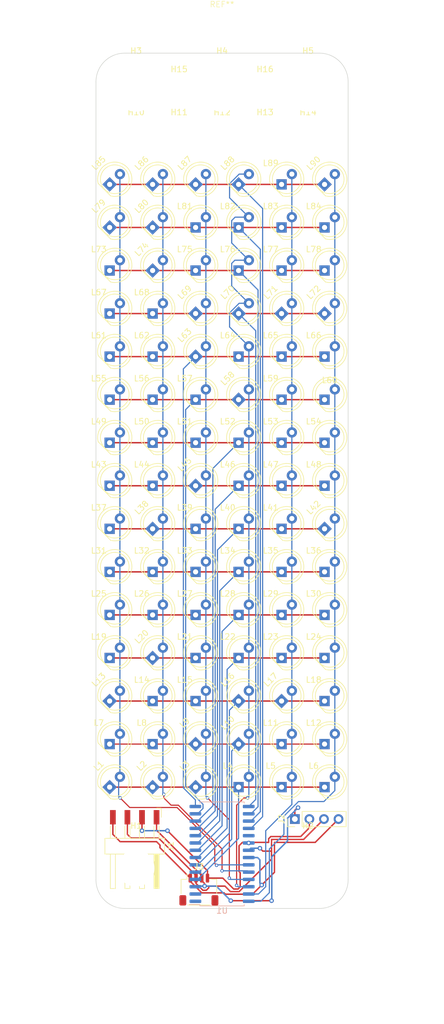
<source format=kicad_pcb>
(kicad_pcb (version 20221018) (generator pcbnew)
  (layers (0 "F.Cu" signal) (31 "B.Cu" signal) (34 "B.Paste" user) (35 "F.Paste" user) (36 "B.SilkS" user "B.Silkscreen") (37 "F.SilkS" user "F.Silkscreen") (38 "B.Mask" user) (39 "F.Mask" user) (44 "Edge.Cuts" user))
  (net 0 "")
  (net 1 "/col_1")
  (net 2 "/row_1")
  (net 3 "/row_2")
  (net 4 "/row_3")
  (net 5 "/row_4")
  (net 6 "/row_5")
  (net 7 "/row_6")
  (net 8 "/row_7")
  (net 9 "/eg8")
  (net 10 "/col_12")
  (net 11 "/col_13")
  (net 12 "/col_14")
  (net 13 "/col_15")
  (net 14 "/col_16")
  (net 15 "GND")
  (net 16 "/data")
  (net 17 "/clk")
  (net 18 "+5V")
  (net 19 "/col_2")
  (net 20 "/col_3")
  (net 21 "/col_4")
  (net 22 "/col_5")
  (net 23 "/col_6")
  (net 24 "/col_7")
  (net 25 "/col_8")
  (net 26 "/col_9")
  (net 27 "/col_10")
  (net 28 "/col_11")
  (footprint "oomlout_oomp_footprints:l5_7297cd_electronic_led_5_mm" (layer "F.Cu") (at -12.116 -36.634 45)
    (fp_text reference "L74")
    (fp_text value "l5_electronic_led_5_mm")
  )
  (footprint "oomlout_oomp_footprints:l5_7297cd_electronic_led_5_mm" (layer "F.Cu") (at 10.384 38.366 45)
    (fp_text reference "L17")
    (fp_text value "l5_electronic_led_5_mm")
  )
  (footprint "oomlout_oomp_footprints:l5_7297cd_electronic_led_5_mm" (layer "F.Cu") (at 2.884 -51.634 45)
    (fp_text reference "L88")
    (fp_text value "l5_electronic_led_5_mm")
  )
  (footprint "oomlout_oomp_footprints:l5_7297cd_electronic_led_5_mm" (layer "F.Cu") (at 17.884 -51.634 45)
    (fp_text reference "L90")
    (fp_text value "l5_electronic_led_5_mm")
  )
  (footprint "oomlout_oomp_footprints:l5_7297cd_electronic_led_5_mm" (layer "F.Cu") (at 2.884 45.866 45)
    (fp_text reference "L10")
    (fp_text value "l5_electronic_led_5_mm")
  )
  (footprint "oomlout_oomp_footprints:h4psmra_adfe77_electronic_header_1_mm_jst_sh_4_pin_surface_mount_right_angle" (layer "F.Cu") (at -4.04 71.215)
    (fp_text reference "J3")
    (fp_text value "h4psmra_adfe77_electronic_header_1_mm_jst_sh_4_pin_surface_mount_right_angle")
  )
  (footprint "oomlout_oomp_footprints:l5_7297cd_electronic_led_5_mm" (layer "F.Cu") (at 2.884 -29.134 45)
    (fp_text reference "L70")
    (fp_text value "l5_electronic_led_5_mm")
  )
  (footprint "oomlout_oomp_footprints:l5_7297cd_electronic_led_5_mm" (layer "F.Cu") (at -12.116 -44.134 45)
    (fp_text reference "L80")
    (fp_text value "l5_electronic_led_5_mm")
  )
  (footprint "oomlout_oomp_footprints:l5_7297cd_electronic_led_5_mm" (layer "F.Cu") (at -19.616 38.366 45)
    (fp_text reference "L13")
    (fp_text value "l5_electronic_led_5_mm")
  )
  (footprint "oomlout_oomp_footprints:l5_7297cd_electronic_led_5_mm" (layer "F.Cu") (at -4.616 45.866 45)
    (fp_text reference "L9")
    (fp_text value "l5_electronic_led_5_mm")
  )
  (footprint "oomlout_oomp_footprints:hi14p_abf4a4_electronic_header_2d54_mm_4_pin" (layer "F.Cu") (at 12.7 58.928 90)
    (fp_text reference "J2")
    (fp_text value "hi14p_abf4a4_electronic_header_2d54_mm_4_pin")
  )
  (footprint "oomlout_oomp_footprints:l5_7297cd_electronic_led_5_mm" (layer "F.Cu") (at -12.116 -51.634 45)
    (fp_text reference "L86")
    (fp_text value "l5_electronic_led_5_mm")
  )
  (footprint "oomlout_oomp_footprints:l5_7297cd_electronic_led_5_mm" (layer "F.Cu") (at 10.384 -29.134 45)
    (fp_text reference "L71")
    (fp_text value "l5_electronic_led_5_mm")
  )
  (footprint "oomlout_oomp_footprints:l5_7297cd_electronic_led_5_mm" (layer "F.Cu") (at -4.616 -29.134 45)
    (fp_text reference "L69")
    (fp_text value "l5_electronic_led_5_mm")
  )
  (footprint "oomlout_oomp_footprints:l5_7297cd_electronic_led_5_mm" (layer "F.Cu") (at 17.884 -29.134 45)
    (fp_text reference "L72")
    (fp_text value "l5_electronic_led_5_mm")
  )
  (footprint "oomlout_oomp_footprints:l5_7297cd_electronic_led_5_mm" (layer "F.Cu") (at -4.616 -21.634 45)
    (fp_text reference "L63")
    (fp_text value "l5_electronic_led_5_mm")
  )
  (footprint "oomlout_oomp_footprints:l5_7297cd_electronic_led_5_mm" (layer "F.Cu") (at -12.116 30.866 45)
    (fp_text reference "L20")
    (fp_text value "l5_electronic_led_5_mm")
  )
  (footprint "oomlout_oomp_footprints:l5_7297cd_electronic_led_5_mm" (layer "F.Cu") (at -4.616 -51.634 45)
    (fp_text reference "L87")
    (fp_text value "l5_electronic_led_5_mm")
  )
  (footprint "oomlout_oomp_footprints:mhm3_872f01_electronic_mounting_hole_m3" (layer "F.Cu") (at 7.5 -60 0)
    (fp_text reference "H13")
    (fp_text value "mhm3_872f01_electronic_mounting_hole_m3")
  )
  (footprint "oomlout_oomp_footprints:l5_7297cd_electronic_led_5_mm" (layer "F.Cu") (at 2.884 -14.134 45)
    (fp_text reference "L58")
    (fp_text value "l5_electronic_led_5_mm")
  )
  (footprint "oomlout_oomp_footprints:l5_7297cd_electronic_led_5_mm" (layer "F.Cu") (at 17.884 8.366 45)
    (fp_text reference "L42")
    (fp_text value "l5_electronic_led_5_mm")
  )
  (footprint "oomlout_oomp_footprints:l5_7297cd_electronic_led_5_mm" (layer "F.Cu") (at 2.884 38.366 45)
    (fp_text reference "L16")
    (fp_text value "l5_electronic_led_5_mm")
  )
  (footprint "oomlout_oomp_footprints:l5_7297cd_electronic_led_5_mm" (layer "F.Cu") (at -19.616 -44.134 45)
    (fp_text reference "L79")
    (fp_text value "l5_electronic_led_5_mm")
  )
  (footprint "oomlout_oomp_footprints:l5_7297cd_electronic_led_5_mm" (layer "F.Cu") (at -4.616 0.866 45)
    (fp_text reference "L45")
    (fp_text value "l5_electronic_led_5_mm")
  )
  (footprint "oomlout_oomp_footprints:l5_7297cd_electronic_led_5_mm" (layer "F.Cu") (at -12.116 8.366 45)
    (fp_text reference "L38")
    (fp_text value "l5_electronic_led_5_mm")
  )
  (footprint "oomlout_oomp_footprints:mhm6_fbea65_electronic_mounting_hole_m6" (layer "F.Cu") (at 15 67.5 0)
    (fp_text reference "H2")
    (fp_text value "mhm6_fbea65_electronic_mounting_hole_m6")
  )
  (footprint "oomlout_oomp_footprints:l5_7297cd_electronic_led_5_mm" (layer "F.Cu") (at -19.616 -51.634 45)
    (fp_text reference "L85")
    (fp_text value "l5_electronic_led_5_mm")
  )
  (footprint "oomlout_oomp_footprints:l5_7297cd_electronic_led_5_mm" (layer "F.Cu") (at -19.616 53.366 45)
    (fp_text reference "L1")
    (fp_text value "l5_electronic_led_5_mm")
  )
  (footprint "oomlout_oomp_footprints:l5_7297cd_electronic_led_5_mm" (layer "F.Cu") (at -19.616 -21.634 45)
    (fp_text reference "L61")
    (fp_text value "l5_electronic_led_5_mm")
  )
  (footprint "oomlout_oomp_footprints:l5_7297cd_electronic_led_5_mm" (layer "F.Cu") (at 10.384 -51.634 45)
    (fp_text reference "L89")
    (fp_text value "l5_electronic_led_5_mm")
  )
  (footprint "oomlout_oomp_footprints:l5_7297cd_electronic_led_5_mm" (layer "F.Cu") (at 2.884 53.366 45)
    (fp_text reference "L4")
    (fp_text value "l5_electronic_led_5_mm")
  )
  (footprint "oomlout_oomp_footprints:mhm3_872f01_electronic_mounting_hole_m3" (layer "F.Cu") (at 0 -60 0)
    (fp_text reference "H12")
    (fp_text value "mhm3_872f01_electronic_mounting_hole_m3")
  )
  (footprint "oomlout_oomp_footprints:l5_7297cd_electronic_led_5_mm" (layer "F.Cu") (at -12.116 -6.634 45)
    (fp_text reference "L50")
    (fp_text value "l5_electronic_led_5_mm")
  )
  (footprint "oomlout_oomp_footprints:l5_7297cd_electronic_led_5_mm" (layer "F.Cu") (at -4.616 -36.634 45)
    (fp_text reference "L75")
    (fp_text value "l5_electronic_led_5_mm")
  )
  (footprint "oomlout_oomp_footprints:l5_7297cd_electronic_led_5_mm" (layer "F.Cu") (at -4.616 53.366 45)
    (fp_text reference "L3")
    (fp_text value "l5_electronic_led_5_mm")
  )
  (footprint "oomlout_oomp_footprints:mhm6_fbea65_electronic_mounting_hole_m6" (layer "F.Cu") (at 15 -67.5 0)
    (fp_text reference "H5")
    (fp_text value "mhm6_fbea65_electronic_mounting_hole_m6")
  )
  (footprint "oomlout_oomp_footprints:l5_7297cd_electronic_led_5_mm" (layer "F.Cu") (at 2.884 -36.634 45)
    (fp_text reference "L76")
    (fp_text value "l5_electronic_led_5_mm")
  )
  (footprint "oomlout_oomp_footprints:l5_7297cd_electronic_led_5_mm" (layer "F.Cu") (at -4.616 23.366 45)
    (fp_text reference "L27")
    (fp_text value "l5_electronic_led_5_mm")
  )
  (footprint "oomlout_oomp_footprints:l5_7297cd_electronic_led_5_mm" (layer "F.Cu") (at -19.616 45.866 45)
    (fp_text reference "L7")
    (fp_text value "l5_electronic_led_5_mm")
  )
  (footprint "oomlout_oomp_footprints:l5_7297cd_electronic_led_5_mm" (layer "F.Cu") (at 2.884 -21.634 45)
    (fp_text reference "L64")
    (fp_text value "l5_electronic_led_5_mm")
  )
  (footprint "oomlout_oomp_footprints:l5_7297cd_electronic_led_5_mm" (layer "F.Cu") (at 10.384 15.866 45)
    (fp_text reference "L35")
    (fp_text value "l5_electronic_led_5_mm")
  )
  (footprint "oomlout_oomp_footprints:l5_7297cd_electronic_led_5_mm" (layer "F.Cu") (at 17.884 45.866 45)
    (fp_text reference "L12")
    (fp_text value "l5_electronic_led_5_mm")
  )
  (footprint "oomlout_oomp_footprints:l5_7297cd_electronic_led_5_mm" (layer "F.Cu") (at 10.384 -21.634 45)
    (fp_text reference "L65")
    (fp_text value "l5_electronic_led_5_mm")
  )
  (footprint "oomlout_oomp_footprints:l5_7297cd_electronic_led_5_mm" (layer "F.Cu") (at 10.384 -6.634 45)
    (fp_text reference "L53")
    (fp_text value "l5_electronic_led_5_mm")
  )
  (footprint "oomlout_oomp_footprints:l5_7297cd_electronic_led_5_mm" (layer "F.Cu") (at 17.884 -14.134 45)
    (fp_text reference "L60")
    (fp_text value "l5_electronic_led_5_mm")
  )
  (footprint "oomlout_oomp_footprints:l5_7297cd_electronic_led_5_mm" (layer "F.Cu") (at 17.884 -36.634 45)
    (fp_text reference "L78")
    (fp_text value "l5_electronic_led_5_mm")
  )
  (footprint "oomlout_oomp_footprints:l5_7297cd_electronic_led_5_mm" (layer "F.Cu") (at 10.384 30.866 45)
    (fp_text reference "L23")
    (fp_text value "l5_electronic_led_5_mm")
  )
  (footprint "oomlout_oomp_footprints:l5_7297cd_electronic_led_5_mm" (layer "F.Cu") (at 10.384 8.366 45)
    (fp_text reference "L41")
    (fp_text value "l5_electronic_led_5_mm")
  )
  (footprint "oomlout_oomp_footprints:l5_7297cd_electronic_led_5_mm" (layer "F.Cu") (at 10.384 -44.134 45)
    (fp_text reference "L83")
    (fp_text value "l5_electronic_led_5_mm")
  )
  (footprint "oomlout_oomp_footprints:l5_7297cd_electronic_led_5_mm" (layer "F.Cu") (at -12.116 53.366 45)
    (fp_text reference "L2")
    (fp_text value "l5_electronic_led_5_mm")
  )
  (footprint "oomlout_oomp_footprints:l5_7297cd_electronic_led_5_mm" (layer "F.Cu") (at -4.616 38.366 45)
    (fp_text reference "L15")
    (fp_text value "l5_electronic_led_5_mm")
  )
  (footprint "oomlout_oomp_footprints:l5_7297cd_electronic_led_5_mm" (layer "F.Cu") (at 17.884 53.366 45)
    (fp_text reference "L6")
    (fp_text value "l5_electronic_led_5_mm")
  )
  (footprint "oomlout_oomp_footprints:l5_7297cd_electronic_led_5_mm" (layer "F.Cu") (at 2.884 30.866 45)
    (fp_text reference "L22")
    (fp_text value "l5_electronic_led_5_mm")
  )
  (footprint "oomlout_oomp_footprints:l5_7297cd_electronic_led_5_mm" (layer "F.Cu") (at 17.884 0.866 45)
    (fp_text reference "L48")
    (fp_text value "l5_electronic_led_5_mm")
  )
  (footprint "oomlout_oomp_footprints:mhm6_fbea65_electronic_mounting_hole_m6" (layer "F.Cu") (at 0 -67.5 0)
    (fp_text reference "H4")
    (fp_text value "mhm6_fbea65_electronic_mounting_hole_m6")
  )
  (footprint "oomlout_oomp_footprints:l5_7297cd_electronic_led_5_mm" (layer "F.Cu") (at -19.616 -14.134 45)
    (fp_text reference "L55")
    (fp_text value "l5_electronic_led_5_mm")
  )
  (footprint "oomlout_oomp_footprints:l5_7297cd_electronic_led_5_mm" (layer "F.Cu") (at 17.884 -21.634 45)
    (fp_text reference "L66")
    (fp_text value "l5_electronic_led_5_mm")
  )
  (footprint "oomlout_oomp_footprints:l5_7297cd_electronic_led_5_mm" (layer "F.Cu") (at 10.384 53.366 45)
    (fp_text reference "L5")
    (fp_text value "l5_electronic_led_5_mm")
  )
  (footprint "oomlout_oomp_footprints:l5_7297cd_electronic_led_5_mm" (layer "F.Cu") (at 2.884 15.866 45)
    (fp_text reference "L34")
    (fp_text value "l5_electronic_led_5_mm")
  )
  (footprint "oomlout_oomp_footprints:l5_7297cd_electronic_led_5_mm" (layer "F.Cu") (at 17.884 23.366 45)
    (fp_text reference "L30")
    (fp_text value "l5_electronic_led_5_mm")
  )
  (footprint "oomlout_oomp_footprints:l5_7297cd_electronic_led_5_mm" (layer "F.Cu") (at 10.384 -14.134 45)
    (fp_text reference "L59")
    (fp_text value "l5_electronic_led_5_mm")
  )
  (footprint "oomlout_oomp_footprints:l5_7297cd_electronic_led_5_mm" (layer "F.Cu") (at 10.384 45.866 45)
    (fp_text reference "L11")
    (fp_text value "l5_electronic_led_5_mm")
  )
  (footprint "oomlout_oomp_footprints:l5_7297cd_electronic_led_5_mm" (layer "F.Cu") (at 2.884 0.866 45)
    (fp_text reference "L46")
    (fp_text value "l5_electronic_led_5_mm")
  )
  (footprint "oomlout_oomp_footprints:mhm3_872f01_electronic_mounting_hole_m3" (layer "F.Cu") (at -15 -60 0)
    (fp_text reference "H10")
    (fp_text value "mhm3_872f01_electronic_mounting_hole_m3")
  )
  (footprint "oomlout_oomp_footprints:l5_7297cd_electronic_led_5_mm" (layer "F.Cu") (at 2.884 -44.134 45)
    (fp_text reference "L82")
    (fp_text value "l5_electronic_led_5_mm")
  )
  (footprint "oomlout_oomp_footprints:l5_7297cd_electronic_led_5_mm" (layer "F.Cu") (at -19.616 30.866 45)
    (fp_text reference "L19")
    (fp_text value "l5_electronic_led_5_mm")
  )
  (footprint "oomlout_oomp_footprints:l5_7297cd_electronic_led_5_mm" (layer "F.Cu") (at -19.616 -36.634 45)
    (fp_text reference "L73")
    (fp_text value "l5_electronic_led_5_mm")
  )
  (footprint "oomlout_oomp_footprints:l5_7297cd_electronic_led_5_mm" (layer "F.Cu") (at -12.116 0.866 45)
    (fp_text reference "L44")
    (fp_text value "l5_electronic_led_5_mm")
  )
  (footprint "oomlout_oomp_footprints:l5_7297cd_electronic_led_5_mm" (layer "F.Cu") (at -4.616 15.866 45)
    (fp_text reference "L33")
    (fp_text value "l5_electronic_led_5_mm")
  )
  (footprint "oomlout_oomp_footprints:l5_7297cd_electronic_led_5_mm" (layer "F.Cu") (at -4.616 30.866 45)
    (fp_text reference "L21")
    (fp_text value "l5_electronic_led_5_mm")
  )
  (footprint "oomlout_oomp_footprints:l5_7297cd_electronic_led_5_mm" (layer "F.Cu") (at -19.616 15.866 45)
    (fp_text reference "L31")
    (fp_text value "l5_electronic_led_5_mm")
  )
  (footprint "oomlout_oomp_footprints:l5_7297cd_electronic_led_5_mm" (layer "F.Cu") (at -19.616 23.366 45)
    (fp_text reference "L25")
    (fp_text value "l5_electronic_led_5_mm")
  )
  (footprint "oomlout_oomp_footprints:l5_7297cd_electronic_led_5_mm" (layer "F.Cu") (at 2.884 8.366 45)
    (fp_text reference "L40")
    (fp_text value "l5_electronic_led_5_mm")
  )
  (footprint "oomlout_oomp_footprints:l5_7297cd_electronic_led_5_mm" (layer "F.Cu") (at 17.884 30.866 45)
    (fp_text reference "L24")
    (fp_text value "l5_electronic_led_5_mm")
  )
  (footprint "oomlout_oomp_footprints:l5_7297cd_electronic_led_5_mm" (layer "F.Cu") (at -4.616 -14.134 45)
    (fp_text reference "L57")
    (fp_text value "l5_electronic_led_5_mm")
  )
  (footprint "oomlout_oomp_footprints:mhm6_fbea65_electronic_mounting_hole_m6" (layer "F.Cu") (at -15 67.5 0)
    (fp_text reference "H1")
    (fp_text value "mhm6_fbea65_electronic_mounting_hole_m6")
  )
  (footprint "oomlout_oomp_footprints:l5_7297cd_electronic_led_5_mm" (layer "F.Cu") (at -19.616 0.866 45)
    (fp_text reference "L43")
    (fp_text value "l5_electronic_led_5_mm")
  )
  (footprint "oomlout_oomp_footprints:l5_7297cd_electronic_led_5_mm" (layer "F.Cu") (at 17.884 15.866 45)
    (fp_text reference "L36")
    (fp_text value "l5_electronic_led_5_mm")
  )
  (footprint "oomlout_oomp_footprints:l5_7297cd_electronic_led_5_mm" (layer "F.Cu") (at 10.384 -36.634 45)
    (fp_text reference "L77")
    (fp_text value "l5_electronic_led_5_mm")
  )
  (footprint "oomlout_oomp_footprints:l5_7297cd_electronic_led_5_mm" (layer "F.Cu") (at -4.616 -6.634 45)
    (fp_text reference "L51")
    (fp_text value "l5_electronic_led_5_mm")
  )
  (footprint "oomlout_oomp_footprints:l5_7297cd_electronic_led_5_mm" (layer "F.Cu") (at -12.116 45.866 45)
    (fp_text reference "L8")
    (fp_text value "l5_electronic_led_5_mm")
  )
  (footprint "oomlout_oomp_footprints:mhm6_fbea65_electronic_mounting_hole_m6" (layer "F.Cu") (at -15 -67.5 0)
    (fp_text reference "H3")
    (fp_text value "mhm6_fbea65_electronic_mounting_hole_m6")
  )
  (footprint "oomlout_oomp_footprints:l5_7297cd_electronic_led_5_mm" (layer "F.Cu") (at -19.616 -6.634 45)
    (fp_text reference "L49")
    (fp_text value "l5_electronic_led_5_mm")
  )
  (footprint "oomlout_oomp_footprints:l5_7297cd_electronic_led_5_mm" (layer "F.Cu") (at 17.884 38.366 45)
    (fp_text reference "L18")
    (fp_text value "l5_electronic_led_5_mm")
  )
  (footprint "oomlout_oomp_footprints:l5_7297cd_electronic_led_5_mm" (layer "F.Cu") (at -12.116 38.366 45)
    (fp_text reference "L14")
    (fp_text value "l5_electronic_led_5_mm")
  )
  (footprint "oomlout_oomp_footprints:l5_7297cd_electronic_led_5_mm" (layer "F.Cu") (at 2.884 23.366 45)
    (fp_text reference "L28")
    (fp_text value "l5_electronic_led_5_mm")
  )
  (footprint "oomlout_oomp_footprints:l5_7297cd_electronic_led_5_mm" (layer "F.Cu") (at -19.616 8.366 45)
    (fp_text reference "L37")
    (fp_text value "l5_electronic_led_5_mm")
  )
  (footprint "oomlout_oomp_footprints:mhm3_872f01_electronic_mounting_hole_m3" (layer "F.Cu") (at 15 -60 0)
    (fp_text reference "H14")
    (fp_text value "mhm3_872f01_electronic_mounting_hole_m3")
  )
  (footprint "oomlout_oomp_footprints:mhm3_872f01_electronic_mounting_hole_m3" (layer "F.Cu") (at -7.5 -67.5 0)
    (fp_text reference "H15")
    (fp_text value "mhm3_872f01_electronic_mounting_hole_m3")
  )
  (footprint "oomlout_oomp_footprints:hi14psmra_70c043_electronic_header_2d54_mm_4_pin_surface_mount_right_angle" (layer "F.Cu") (at -15.24 64.135 -90)
    (fp_text reference "J1")
    (fp_text value "hi14psmra_70c043_electronic_header_2d54_mm_4_pin_surface_mount_right_angle")
  )
  (footprint "oomlout_oomp_footprints:l5_7297cd_electronic_led_5_mm" (layer "F.Cu") (at -4.616 -44.134 45)
    (fp_text reference "L81")
    (fp_text value "l5_electronic_led_5_mm")
  )
  (footprint "oomlout_oomp_footprints:l5_7297cd_electronic_led_5_mm" (layer "F.Cu") (at 10.384 23.366 45)
    (fp_text reference "L29")
    (fp_text value "l5_electronic_led_5_mm")
  )
  (footprint "oomlout_oomp_footprints:l5_7297cd_electronic_led_5_mm" (layer "F.Cu") (at 2.884 -6.634 45)
    (fp_text reference "L52")
    (fp_text value "l5_electronic_led_5_mm")
  )
  (footprint "oomlout_oomp_footprints:l5_7297cd_electronic_led_5_mm" (layer "F.Cu") (at 17.884 -44.134 45)
    (fp_text reference "L84")
    (fp_text value "l5_electronic_led_5_mm")
  )
  (footprint "oomlout_oomp_footprints:l5_7297cd_electronic_led_5_mm" (layer "F.Cu") (at -12.116 -14.134 45)
    (fp_text reference "L56")
    (fp_text value "l5_electronic_led_5_mm")
  )
  (footprint "oomlout_oomp_footprints:l5_7297cd_electronic_led_5_mm" (layer "F.Cu") (at -12.116 15.866 45)
    (fp_text reference "L32")
    (fp_text value "l5_electronic_led_5_mm")
  )
  (footprint "oomlout_oomp_footprints:l5_7297cd_electronic_led_5_mm" (layer "F.Cu") (at -4.616 8.366 45)
    (fp_text reference "L39")
    (fp_text value "l5_electronic_led_5_mm")
  )
  (footprint "oomlout_oomp_footprints:l5_7297cd_electronic_led_5_mm" (layer "F.Cu") (at -12.116 23.366 45)
    (fp_text reference "L26")
    (fp_text value "l5_electronic_led_5_mm")
  )
  (footprint "oomlout_oomp_footprints:l5_7297cd_electronic_led_5_mm" (layer "F.Cu") (at 10.384 0.866 45)
    (fp_text reference "L47")
    (fp_text value "l5_electronic_led_5_mm")
  )
  (footprint "oomlout_oomp_footprints:mhm3_872f01_electronic_mounting_hole_m3" (layer "F.Cu") (at 7.5 -67.5 0)
    (fp_text reference "H16")
    (fp_text value "mhm3_872f01_electronic_mounting_hole_m3")
  )
  (footprint "oomlout_oomp_footprints:l5_7297cd_electronic_led_5_mm" (layer "F.Cu") (at -12.116 -21.634 45)
    (fp_text reference "L62")
    (fp_text value "l5_electronic_led_5_mm")
  )
  (footprint "working:oobb_10_03" (layer "F.Cu") (at 0 0)
    (fp_text reference "REF**")
    (fp_text value "oobb_10_03")
    (fp_line (start -22 -69.5) (end -22 69.5) (layer "Edge.Cuts") (stroke (width 0.1)))
    (fp_line (start -17 74.5) (end 17 74.5) (layer "Edge.Cuts") (stroke (width 0.1)))
    (fp_line (start 17 -74.5) (end -17 -74.5) (layer "Edge.Cuts") (stroke (width 0.1)))
    (fp_line (start 22 69.5) (end 22 -69.5) (layer "Edge.Cuts") (stroke (width 0.1)))
    (fp_arc (start -22 -69.5) (mid -20.535534 -73.035533) (end -17 -74.5) (layer "Edge.Cuts") (stroke (width 0.1)))
    (fp_arc (start -17 74.5) (mid -20.535533 73.035534) (end -22 69.5) (layer "Edge.Cuts") (stroke (width 0.1)))
    (fp_arc (start 17 -74.5) (mid 20.535533 -73.035534) (end 22 -69.5) (layer "Edge.Cuts") (stroke (width 0.1)))
    (fp_arc (start 22 69.5) (mid 20.535534 73.035533) (end 17 74.5) (layer "Edge.Cuts") (stroke (width 0.1)))
  )
  (footprint "oomlout_oomp_footprints:mhm3_872f01_electronic_mounting_hole_m3" (layer "F.Cu") (at -7.5 -60 0)
    (fp_text reference "H11")
    (fp_text value "mhm3_872f01_electronic_mounting_hole_m3")
  )
  (footprint "oomlout_oomp_footprints:l5_7297cd_electronic_led_5_mm" (layer "F.Cu") (at -12.116 -29.134 45)
    (fp_text reference "L68")
    (fp_text value "l5_electronic_led_5_mm")
  )
  (footprint "oomlout_oomp_footprints:l5_7297cd_electronic_led_5_mm" (layer "F.Cu") (at 17.884 -6.634 45)
    (fp_text reference "L54")
    (fp_text value "l5_electronic_led_5_mm")
  )
  (footprint "oomlout_oomp_footprints:l5_7297cd_electronic_led_5_mm" (layer "F.Cu") (at -19.616 -29.134 45)
    (fp_text reference "L67")
    (fp_text value "l5_electronic_led_5_mm")
  )
  (footprint "oomlout_oomp_footprints:iaip1640_fe0f02_electronic_ic_soic_28_wide_led_matrix_driver_16_x_8_wuxi_i_core_electronics_co_ltd_aip1640" (layer "B.Cu") (at 0 65 0)
    (fp_text reference "U1")
    (fp_text value "iaip1640_electronic_ic_soic_28_wide_led_matrix_driver_16_x_8_wuxi_i_core_electronics_co_ltd_aip1640")
  )
  (segment (start -19.616 53.366) (end 17.884 53.366) (width 0.25) (layer "F.Cu") (net 1))
  (segment (start 2.884 62.302396) (end 2.884 53.366) (width 0.2) (layer "B.Cu") (net 1))
  (segment (start -4.65 69.445) (end -4.258604 69.445) (width 0.2) (layer "B.Cu") (net 1))
  (segment (start -4.258604 69.445) (end 2.884 62.302396) (width 0.2) (layer "B.Cu") (net 1))
  (segment (start -16.11 56.915) (end -7.855 56.915) (width 0.2) (layer "F.Cu") (net 2))
  (segment (start -1.27 66.675) (end -0.955391 66.989609) (width 0.2) (layer "F.Cu") (net 2))
  (segment (start -17.78 55.245) (end -16.11 56.915) (width 0.2) (layer "F.Cu") (net 2))
  (segment (start -1.27 63.5) (end -1.27 66.675) (width 0.2) (layer "F.Cu") (net 2))
  (segment (start -7.855 56.915) (end -1.27 63.5) (width 0.2) (layer "F.Cu") (net 2))
  (via (at -0.955391 66.989609) (size 0.6) (drill 0.3) (layers "F.Cu" "B.Cu") (net 2))
  (via (at -17.78 55.245) (size 0.6) (drill 0.3) (layers "F.Cu" "B.Cu") (net 2))
  (segment (start -17.819949 51.569949) (end -17.819949 -53.430051) (width 0.2) (layer "B.Cu") (net 2))
  (segment (start -18.043208 54.981792) (end -17.78 55.245) (width 0.2) (layer "B.Cu") (net 2))
  (segment (start -0.955391 66.989609) (end -0.870782 66.905) (width 0.2) (layer "B.Cu") (net 2))
  (segment (start -18.043208 51.793208) (end -18.043208 54.981792) (width 0.2) (layer "B.Cu") (net 2))
  (segment (start -0.870782 66.905) (end 4.65 66.905) (width 0.2) (layer "B.Cu") (net 2))
  (segment (start -17.819949 51.569949) (end -18.043208 51.793208) (width 0.2) (layer "B.Cu") (net 2))
  (segment (start 0 64.135) (end 0 67.945) (width 0.2) (layer "F.Cu") (net 3))
  (segment (start -8.89 56.515) (end -7.62 56.515) (width 0.2) (layer "F.Cu") (net 3))
  (segment (start -10.16 55.245) (end -10.16 54.61) (width 0.2) (layer "F.Cu") (net 3))
  (segment (start -8.89 56.515) (end -10.16 55.245) (width 0.2) (layer "F.Cu") (net 3))
  (segment (start -7.62 56.515) (end 0 64.135) (width 0.2) (layer "F.Cu") (net 3))
  (via (at -10.16 54.61) (size 0.6) (drill 0.3) (layers "F.Cu" "B.Cu") (net 3))
  (via (at 0 67.945) (size 0.6) (drill 0.3) (layers "F.Cu" "B.Cu") (net 3))
  (segment (start 0 67.945) (end 4.42 67.945) (width 0.2) (layer "B.Cu") (net 3))
  (segment (start -10.319949 54.450051) (end -10.319949 51.569949) (width 0.2) (layer "B.Cu") (net 3))
  (segment (start 4.42 67.945) (end 4.65 68.175) (width 0.2) (layer "B.Cu") (net 3))
  (segment (start -10.319949 -53.430051) (end -10.319949 51.569949) (width 0.2) (layer "B.Cu") (net 3))
  (segment (start -10.16 54.61) (end -10.319949 54.450051) (width 0.2) (layer "B.Cu") (net 3))
  (segment (start -2.54 55.245) (end 1.27 59.055) (width 0.2) (layer "F.Cu") (net 4))
  (segment (start 1.27 59.055) (end 1.27 69.215) (width 0.2) (layer "F.Cu") (net 4))
  (via (at 1.27 69.215) (size 0.6) (drill 0.3) (layers "F.Cu" "B.Cu") (net 4))
  (via (at -2.54 55.245) (size 0.6) (drill 0.3) (layers "F.Cu" "B.Cu") (net 4))
  (segment (start 4.65 69.445) (end 1.5 69.445) (width 0.2) (layer "B.Cu") (net 4))
  (segment (start -2.819949 51.569949) (end -2.819949 -53.430051) (width 0.2) (layer "B.Cu") (net 4))
  (segment (start -2.819949 51.569949) (end -2.819949 54.965051) (width 0.2) (layer "B.Cu") (net 4))
  (segment (start -2.819949 54.965051) (end -2.54 55.245) (width 0.2) (layer "B.Cu") (net 4))
  (segment (start 1.5 69.445) (end 1.27 69.215) (width 0.2) (layer "B.Cu") (net 4))
  (segment (start 3.81 55.245) (end 2.54 56.515) (width 0.2) (layer "F.Cu") (net 5))
  (segment (start 4.445 55.245) (end 3.81 55.245) (width 0.2) (layer "F.Cu") (net 5))
  (segment (start 2.54 56.515) (end 2.54 70.485) (width 0.2) (layer "F.Cu") (net 5))
  (via (at 2.54 70.485) (size 0.6) (drill 0.3) (layers "F.Cu" "B.Cu") (net 5))
  (via (at 4.445 55.245) (size 0.6) (drill 0.3) (layers "F.Cu" "B.Cu") (net 5))
  (segment (start 4.680051 51.569949) (end 4.680051 55.009949) (width 0.2) (layer "B.Cu") (net 5))
  (segment (start 2.982993 -53.430051) (end 4.680051 -53.430051) (width 0.2) (layer "B.Cu") (net 5))
  (segment (start 4.680051 51.569949) (end 4.680051 -0.930051) (width 0.2) (layer "B.Cu") (net 5))
  (segment (start 2.280051 -45.930051) (end 4.680051 -45.930051) (width 0.2) (layer "B.Cu") (net 5))
  (segment (start 1.684 -41.426102) (end 1.684 -45.334) (width 0.2) (layer "B.Cu") (net 5))
  (segment (start 1.311208 -26.798894) (end 1.311208 -29.258266) (width 0.2) (layer "B.Cu") (net 5))
  (segment (start 4.65 70.715) (end 2.77 70.715) (width 0.2) (layer "B.Cu") (net 5))
  (segment (start 4.680051 -23.430051) (end 1.311208 -26.798894) (width 0.2) (layer "B.Cu") (net 5))
  (segment (start 4.680051 -45.930051) (end 1.311208 -49.298894) (width 0.2) (layer "B.Cu") (net 5))
  (segment (start 1.684 -33.926102) (end 1.684 -37.879) (width 0.2) (layer "B.Cu") (net 5))
  (segment (start 1.311208 -29.258266) (end 2.982993 -30.930051) (width 0.2) (layer "B.Cu") (net 5))
  (segment (start 4.680051 -30.930051) (end 1.684 -33.926102) (width 0.2) (layer "B.Cu") (net 5))
  (segment (start 4.680051 55.009949) (end 4.445 55.245) (width 0.2) (layer "B.Cu") (net 5))
  (segment (start 2.982993 -30.930051) (end 4.680051 -30.930051) (width 0.2) (layer "B.Cu") (net 5))
  (segment (start 4.680051 -0.930051) (end 4.680051 -23.430051) (width 0.2) (layer "B.Cu") (net 5))
  (segment (start 1.311208 -49.298894) (end 1.311208 -51.758266) (width 0.2) (layer "B.Cu") (net 5))
  (segment (start 2.235051 -38.430051) (end 4.680051 -38.430051) (width 0.2) (layer "B.Cu") (net 5))
  (segment (start 2.77 70.715) (end 2.54 70.485) (width 0.2) (layer "B.Cu") (net 5))
  (segment (start 1.311208 -51.758266) (end 2.982993 -53.430051) (width 0.2) (layer "B.Cu") (net 5))
  (segment (start 1.684 -37.879) (end 2.235051 -38.430051) (width 0.2) (layer "B.Cu") (net 5))
  (segment (start 1.684 -45.334) (end 2.280051 -45.930051) (width 0.2) (layer "B.Cu") (net 5))
  (segment (start 4.680051 -38.430051) (end 1.684 -41.426102) (width 0.2) (layer "B.Cu") (net 5))
  (segment (start 7.62 70.72) (end 7.62 60.96) (width 0.2) (layer "B.Cu") (net 6))
  (segment (start 12.180051 -53.430051) (end 12.180051 51.569949) (width 0.2) (layer "B.Cu") (net 6))
  (segment (start 4.65 71.985) (end 6.355 71.985) (width 0.2) (layer "B.Cu") (net 6))
  (segment (start 12.180051 56.399949) (end 12.180051 51.569949) (width 0.2) (layer "B.Cu") (net 6))
  (segment (start 6.355 71.985) (end 7.62 70.72) (width 0.2) (layer "B.Cu") (net 6))
  (segment (start 7.62 60.96) (end 12.180051 56.399949) (width 0.2) (layer "B.Cu") (net 6))
  (segment (start 19.680051 53.969949) (end 17.77 55.88) (width 0.2) (layer "B.Cu") (net 7))
  (segment (start 13.335 55.88) (end 10.795 58.42) (width 0.2) (layer "B.Cu") (net 7))
  (segment (start 19.680051 51.569949) (end 19.680051 -53.430051) (width 0.2) (layer "B.Cu") (net 7))
  (segment (start 8.255 71.755) (end 6.755 73.255) (width 0.2) (layer "B.Cu") (net 7))
  (segment (start 10.795 61.595) (end 8.255 64.135) (width 0.2) (layer "B.Cu") (net 7))
  (segment (start 10.795 58.42) (end 10.795 61.595) (width 0.2) (layer "B.Cu") (net 7))
  (segment (start 8.255 64.135) (end 8.255 71.755) (width 0.2) (layer "B.Cu") (net 7))
  (segment (start 6.755 73.255) (end 4.65 73.255) (width 0.2) (layer "B.Cu") (net 7))
  (segment (start 19.680051 51.569949) (end 19.680051 53.969949) (width 0.2) (layer "B.Cu") (net 7))
  (segment (start 17.77 55.88) (end 13.335 55.88) (width 0.2) (layer "B.Cu") (net 7))
  (segment (start -19.616 -29.134) (end 17.884 -29.134) (width 0.25) (layer "F.Cu") (net 10))
  (segment (start 5.880051 -26.137949) (end 2.884 -29.134) (width 0.2) (layer "B.Cu") (net 10))
  (segment (start 5.880051 55.514949) (end 5.880051 -26.137949) (width 0.2) (layer "B.Cu") (net 10))
  (segment (start 4.65 56.745) (end 5.880051 55.514949) (width 0.2) (layer "B.Cu") (net 10))
  (segment (start -19.616 -36.634) (end 17.884 -36.634) (width 0.25) (layer "F.Cu") (net 11))
  (segment (start 4.65 58.015) (end 5.041396 58.015) (width 0.2) (layer "B.Cu") (net 11))
  (segment (start 5.041396 58.015) (end 6.280051 56.776345) (width 0.2) (layer "B.Cu") (net 11))
  (segment (start 6.280051 -33.237949) (end 2.884 -36.634) (width 0.2) (layer "B.Cu") (net 11))
  (segment (start 6.280051 56.776345) (end 6.280051 -33.237949) (width 0.2) (layer "B.Cu") (net 11))
  (segment (start 17.884 -44.134) (end -19.616 -44.134) (width 0.25) (layer "F.Cu") (net 12))
  (segment (start 6.680051 57.646345) (end 6.680051 -40.337949) (width 0.2) (layer "B.Cu") (net 12))
  (segment (start 4.65 59.285) (end 5.041396 59.285) (width 0.2) (layer "B.Cu") (net 12))
  (segment (start 5.041396 59.285) (end 6.680051 57.646345) (width 0.2) (layer "B.Cu") (net 12))
  (segment (start 6.680051 -40.337949) (end 2.884 -44.134) (width 0.2) (layer "B.Cu") (net 12))
  (segment (start -19.616 -51.634) (end 17.884 -51.634) (width 0.25) (layer "F.Cu") (net 13))
  (segment (start 4.65 60.555) (end 5.041396 60.555) (width 0.2) (layer "B.Cu") (net 13))
  (segment (start 5.041396 60.555) (end 7.080051 58.516345) (width 0.2) (layer "B.Cu") (net 13))
  (segment (start 7.080051 58.516345) (end 7.080051 -47.437949) (width 0.2) (layer "B.Cu") (net 13))
  (segment (start 7.080051 -47.437949) (end 2.884 -51.634) (width 0.2) (layer "B.Cu") (net 13))
  (segment (start 8.128 62.355604) (end 8.128 62.992) (width 0.25) (layer "F.Cu") (net 15))
  (segment (start 15.24 58.928) (end 15.24 60.452) (width 0.25) (layer "F.Cu") (net 15))
  (segment (start 2.788884 71.12) (end 3.165 70.743884) (width 0.25) (layer "F.Cu") (net 15))
  (segment (start 4.753 62.992) (end 4.65 63.095) (width 0.25) (layer "F.Cu") (net 15))
  (segment (start 13.716 61.976) (end 8.507604 61.976) (width 0.25) (layer "F.Cu") (net 15))
  (segment (start 2.032 71.12) (end 2.788884 71.12) (width 0.25) (layer "F.Cu") (net 15))
  (segment (start 2.965 63.583) (end 3.556 62.992) (width 0.25) (layer "F.Cu") (net 15))
  (segment (start 3.556 62.992) (end 4.547 62.992) (width 0.25) (layer "F.Cu") (net 15))
  (segment (start 15.24 60.452) (end 13.716 61.976) (width 0.25) (layer "F.Cu") (net 15))
  (segment (start -13.97 60.96) (end -13.97 58.61) (width 0.25) (layer "F.Cu") (net 15))
  (segment (start 3.165 70.743884) (end 3.165 68.272) (width 0.25) (layer "F.Cu") (net 15))
  (segment (start -2.54 69.215) (end 0.127 69.215) (width 0.25) (layer "F.Cu") (net 15))
  (segment (start -2.54 67.945) (end -9.525 60.96) (width 0.25) (layer "F.Cu") (net 15))
  (segment (start 3.165 68.272) (end 2.965 68.072) (width 0.25) (layer "F.Cu") (net 15))
  (segment (start 8.128 62.992) (end 4.753 62.992) (width 0.25) (layer "F.Cu") (net 15))
  (segment (start 4.547 62.992) (end 4.65 63.095) (width 0.25) (layer "F.Cu") (net 15))
  (segment (start 8.507604 61.976) (end 8.128 62.355604) (width 0.25) (layer "F.Cu") (net 15))
  (segment (start -2.54 69.215) (end -2.54 67.945) (width 0.25) (layer "F.Cu") (net 15))
  (segment (start 0.127 69.215) (end 2.032 71.12) (width 0.25) (layer "F.Cu") (net 15))
  (segment (start 2.965 68.072) (end 2.965 63.583) (width 0.25) (layer "F.Cu") (net 15))
  (via (at -13.97 60.96) (size 0.8) (drill 0.4) (layers "F.Cu" "B.Cu") (net 15))
  (via (at -9.525 60.96) (size 0.8) (drill 0.4) (layers "F.Cu" "B.Cu") (net 15))
  (via (at 4.65 63.095) (size 0.8) (drill 0.4) (layers "F.Cu" "B.Cu") (net 15))
  (segment (start -9.525 60.96) (end -13.97 60.96) (width 0.25) (layer "B.Cu") (net 15))
  (segment (start -4.54 69.215) (end -4.54 68.768249) (width 0.25) (layer "F.Cu") (net 16))
  (segment (start 1.466 71.57) (end 2.97528 71.57) (width 0.25) (layer "F.Cu") (net 16))
  (segment (start -4.54 68.768249) (end -11.078249 62.23) (width 0.25) (layer "F.Cu") (net 16))
  (segment (start 14.224 62.484) (end 17.78 58.928) (width 0.25) (layer "F.Cu") (net 16))
  (segment (start 8.636 64.516) (end 8.636 62.484) (width 0.25) (layer "F.Cu") (net 16))
  (segment (start 8.636 64.516) (end 7.112 64.516) (width 0.25) (layer "F.Cu") (net 16))
  (segment (start -2.323 70.612) (end 0.508 70.612) (width 0.25) (layer "F.Cu") (net 16))
  (segment (start 2.97528 71.57) (end 8.636 65.90928) (width 0.25) (layer "F.Cu") (net 16))
  (segment (start 7.112 64.516) (end 6.604 64.008) (width 0.25) (layer "F.Cu") (net 16))
  (segment (start -3.348305 71.337) (end -2.747695 71.337) (width 0.25) (layer "F.Cu") (net 16))
  (segment (start -4.54 69.215) (end -4.54 70.145305) (width 0.25) (layer "F.Cu") (net 16))
  (segment (start -11.078249 62.23) (end -15.875 62.23) (width 0.25) (layer "F.Cu") (net 16))
  (segment (start -4.54 70.145305) (end -3.348305 71.337) (width 0.25) (layer "F.Cu") (net 16))
  (segment (start -16.51 61.595) (end -16.51 58.61) (width 0.25) (layer "F.Cu") (net 16))
  (segment (start 8.636 65.90928) (end 8.636 64.516) (width 0.25) (layer "F.Cu") (net 16))
  (segment (start 0.508 70.612) (end 1.466 71.57) (width 0.25) (layer "F.Cu") (net 16))
  (segment (start 8.636 62.484) (end 14.224 62.484) (width 0.25) (layer "F.Cu") (net 16))
  (segment (start -15.875 62.23) (end -16.51 61.595) (width 0.25) (layer "F.Cu") (net 16))
  (segment (start -2.323 70.912305) (end -2.323 70.612) (width 0.25) (layer "F.Cu") (net 16))
  (segment (start -2.747695 71.337) (end -2.323 70.912305) (width 0.25) (layer "F.Cu") (net 16))
  (via (at 6.604 64.008) (size 0.8) (drill 0.4) (layers "F.Cu" "B.Cu") (net 16))
  (segment (start 5.007 64.008) (end 4.65 64.365) (width 0.25) (layer "B.Cu") (net 16))
  (segment (start 6.604 64.008) (end 5.007 64.008) (width 0.25) (layer "B.Cu") (net 16))
  (segment (start 0.582 72.02) (end 5.324396 72.02) (width 0.25) (layer "F.Cu") (net 17))
  (segment (start -5.54 69.781701) (end -3.534701 71.787) (width 0.25) (layer "F.Cu") (net 17))
  (segment (start 0.349 71.787) (end 0.582 72.02) (width 0.25) (layer "F.Cu") (net 17))
  (segment (start 6.922198 70.422198) (end 6.9205 70.422198) (width 0.25) (layer "F.Cu") (net 17))
  (segment (start 5.324396 72.02) (end 6.922198 70.422198) (width 0.25) (layer "F.Cu") (net 17))
  (segment (start 9.144 62.992) (end 16.256 62.992) (width 0.25) (layer "F.Cu") (net 17))
  (segment (start -19.05 61.595) (end -19.05 58.61) (width 0.25) (layer "F.Cu") (net 17))
  (segment (start -3.534701 71.787) (end 0.349 71.787) (width 0.25) (layer "F.Cu") (net 17))
  (segment (start 16.256 62.992) (end 20.32 58.928) (width 0.25) (layer "F.Cu") (net 17))
  (segment (start -10.83 63.465) (end -11.43 62.865) (width 0.25) (layer "F.Cu") (net 17))
  (segment (start -10.83 63.925) (end -10.83 63.465) (width 0.25) (layer "F.Cu") (net 17))
  (segment (start -11.43 62.865) (end -17.78 62.865) (width 0.25) (layer "F.Cu") (net 17))
  (segment (start -5.54 69.215) (end -5.54 69.781701) (width 0.25) (layer "F.Cu") (net 17))
  (segment (start -5.54 69.215) (end -10.83 63.925) (width 0.25) (layer "F.Cu") (net 17))
  (segment (start 6.922198 70.422198) (end 9.144 68.200396) (width 0.25) (layer "F.Cu") (net 17))
  (segment (start -17.78 62.865) (end -19.05 61.595) (width 0.25) (layer "F.Cu") (net 17))
  (segment (start 9.144 68.200396) (end 9.144 62.992) (width 0.25) (layer "F.Cu") (net 17))
  (via (at 6.9205 70.422198) (size 0.8) (drill 0.4) (layers "F.Cu" "B.Cu") (net 17))
  (segment (start 6.604 66.04) (end 6.199 65.635) (width 0.25) (layer "B.Cu") (net 17))
  (segment (start 6.9205 70.422198) (end 6.604 70.105698) (width 0.25) (layer "B.Cu") (net 17))
  (segment (start 6.199 65.635) (end 4.65 65.635) (width 0.25) (layer "B.Cu") (net 17))
  (segment (start 6.604 70.105698) (end 6.604 66.04) (width 0.25) (layer "B.Cu") (net 17))
  (segment (start -3.54 68.768249) (end -11.43 60.878249) (width 0.25) (layer "F.Cu") (net 18))
  (segment (start 12.7 57.404) (end 13.208 56.896) (width 0.25) (layer "F.Cu") (net 18))
  (segment (start -3.54 69.215) (end -3.54 69.661751) (width 0.25) (layer "F.Cu") (net 18))
  (segment (start 8.636 73.152) (end 1.524 73.152) (width 0.25) (layer "F.Cu") (net 18))
  (segment (start -3.048 70.153751) (end -3.048 70.612) (width 0.25) (layer "F.Cu") (net 18))
  (segment (start -3.54 69.215) (end -3.54 68.768249) (width 0.25) (layer "F.Cu") (net 18))
  (segment (start -3.54 69.661751) (end -3.048 70.153751) (width 0.25) (layer "F.Cu") (net 18))
  (segment (start 12.7 58.928) (end 12.7 57.404) (width 0.25) (layer "F.Cu") (net 18))
  (segment (start 13.208 56.896) (end 13.258122 56.946122) (width 0.25) (layer "F.Cu") (net 18))
  (segment (start -11.43 60.878249) (end -11.43 58.61) (width 0.25) (layer "F.Cu") (net 18))
  (via (at 1.524 73.152) (size 0.8) (drill 0.4) (layers "F.Cu" "B.Cu") (net 18))
  (via (at 13.258122 56.946122) (size 0.8) (drill 0.4) (layers "F.Cu" "B.Cu") (net 18))
  (via (at 8.636 73.152) (size 0.8) (drill 0.4) (layers "F.Cu" "B.Cu") (net 18))
  (via (at -3.048 70.612) (size 0.8) (drill 0.4) (layers "F.Cu" "B.Cu") (net 18))
  (segment (start 8.68 65.488) (end 8.68 73.108) (width 0.25) (layer "B.Cu") (net 18))
  (segment (start -1.016 70.612) (end -3.048 70.612) (width 0.25) (layer "B.Cu") (net 18))
  (segment (start 11.425 58.779244) (end 11.425 62.743) (width 0.25) (layer "B.Cu") (net 18))
  (segment (start 1.524 73.152) (end -1.016 70.612) (width 0.25) (layer "B.Cu") (net 18))
  (segment (start -4.547 70.612) (end -4.65 70.715) (width 0.25) (layer "B.Cu") (net 18))
  (segment (start 8.68 73.108) (end 8.636 73.152) (width 0.25) (layer "B.Cu") (net 18))
  (segment (start -3.048 70.612) (end -4.547 70.612) (width 0.25) (layer "B.Cu") (net 18))
  (segment (start 13.258122 56.946122) (end 11.425 58.779244) (width 0.25) (layer "B.Cu") (net 18))
  (segment (start 11.425 62.743) (end 8.68 65.488) (width 0.25) (layer "B.Cu") (net 18))
  (segment (start -19.616 45.866) (end 17.884 45.866) (width 0.2) (layer "F.Cu") (net 19))
  (segment (start 1.684 47.066) (end 2.884 45.866) (width 0.2) (layer "B.Cu") (net 19))
  (segment (start -4.65 68.175) (end -4.04 68.175) (width 0.2) (layer "B.Cu") (net 19))
  (segment (start -4.04 68.175) (end 1.684 62.451) (width 0.2) (layer "B.Cu") (net 19))
  (segment (start 1.684 62.451) (end 1.684 47.066) (width 0.2) (layer "B.Cu") (net 19))
  (segment (start -19.616 38.366) (end 17.884 38.366) (width 0.25) (layer "F.Cu") (net 20))
  (segment (start 1.284 39.966) (end 2.884 38.366) (width 0.2) (layer "B.Cu") (net 20))
  (segment (start -4.258604 66.905) (end 1.284 61.362396) (width 0.2) (layer "B.Cu") (net 20))
  (segment (start -4.65 66.905) (end -4.258604 66.905) (width 0.2) (layer "B.Cu") (net 20))
  (segment (start 1.284 61.362396) (end 1.284 39.966) (width 0.2) (layer "B.Cu") (net 20))
  (segment (start -19.616 30.866) (end 17.884 30.866) (width 0.25) (layer "F.Cu") (net 21))
  (segment (start -4.258604 65.635) (end 0.884 60.492396) (width 0.2) (layer "B.Cu") (net 21))
  (segment (start 0.884 60.492396) (end 0.884 32.866) (width 0.2) (layer "B.Cu") (net 21))
  (segment (start -4.65 65.635) (end -4.258604 65.635) (width 0.2) (layer "B.Cu") (net 21))
  (segment (start 0.884 32.866) (end 2.884 30.866) (width 0.2) (layer "B.Cu") (net 21))
  (segment (start -19.616 23.366) (end 17.884 23.366) (width 0.25) (layer "F.Cu") (net 22))
  (segment (start -4.258604 64.365) (end 0 60.106396) (width 0.2) (layer "B.Cu") (net 22))
  (segment (start 0 60.106396) (end 0 26.25) (width 0.2) (layer "B.Cu") (net 22))
  (segment (start -4.65 64.365) (end -4.258604 64.365) (width 0.2) (layer "B.Cu") (net 22))
  (segment (start 0 26.25) (end 2.884 23.366) (width 0.2) (layer "B.Cu") (net 22))
  (segment (start -19.616 15.866) (end 17.884 15.866) (width 0.25) (layer "F.Cu") (net 23))
  (segment (start -4.65 63.095) (end -4.258604 63.095) (width 0.2) (layer "B.Cu") (net 23))
  (segment (start -4.258604 63.095) (end -0.4 59.236396) (width 0.2) (layer "B.Cu") (net 23))
  (segment (start -0.4 19.15) (end 2.884 15.866) (width 0.2) (layer "B.Cu") (net 23))
  (segment (start -0.4 59.236396) (end -0.4 19.15) (width 0.2) (layer "B.Cu") (net 23))
  (segment (start -19.616 8.366) (end 17.884 8.366) (width 0.25) (layer "F.Cu") (net 24))
  (segment (start -0.8 12.05) (end 2.884 8.366) (width 0.2) (layer "B.Cu") (net 24))
  (segment (start -4.258604 61.825) (end -0.8 58.366396) (width 0.2) (layer "B.Cu") (net 24))
  (segment (start -4.65 61.825) (end -4.258604 61.825) (width 0.2) (layer "B.Cu") (net 24))
  (segment (start -0.8 58.366396) (end -0.8 12.05) (width 0.2) (layer "B.Cu") (net 24))
  (segment (start -19.616 0.866) (end 17.884 0.866) (width 0.25) (layer "F.Cu") (net 25))
  (segment (start -1.2 4.95) (end 2.884 0.866) (width 0.2) (layer "B.Cu") (net 25))
  (segment (start -1.2 57.496396) (end -1.2 4.95) (width 0.2) (layer "B.Cu") (net 25))
  (segment (start -4.258604 60.555) (end -1.2 57.496396) (width 0.2) (layer "B.Cu") (net 25))
  (segment (start -4.65 60.555) (end -4.258604 60.555) (width 0.2) (layer "B.Cu") (net 25))
  (segment (start -19.616 -6.634) (end 17.884 -6.634) (width 0.25) (layer "F.Cu") (net 26))
  (segment (start -4.258604 59.285) (end -1.6 56.626396) (width 0.2) (layer "B.Cu") (net 26))
  (segment (start -4.65 59.285) (end -4.258604 59.285) (width 0.2) (layer "B.Cu") (net 26))
  (segment (start -1.6 56.626396) (end -1.6 -2.15) (width 0.2) (layer "B.Cu") (net 26))
  (segment (start -1.6 -2.15) (end 2.884 -6.634) (width 0.2) (layer "B.Cu") (net 26))
  (segment (start -19.616 -14.134) (end 17.884 -14.134) (width 0.25) (layer "F.Cu") (net 27))
  (segment (start -3.325 57.081396) (end -3.325 56.354058) (width 0.2) (layer "B.Cu") (net 27))
  (segment (start -6.35 -12.4) (end -4.616 -14.134) (width 0.2) (layer "B.Cu") (net 27))
  (segment (start -4.258604 58.015) (end -3.325 57.081396) (width 0.2) (layer "B.Cu") (net 27))
  (segment (start -3.325 56.354058) (end -6.35 53.329058) (width 0.2) (layer "B.Cu") (net 27))
  (segment (start -6.35 53.329058) (end -6.35 -12.4) (width 0.2) (layer "B.Cu") (net 27))
  (segment (start -4.65 58.015) (end -4.258604 58.015) (width 0.2) (layer "B.Cu") (net 27))
  (segment (start -19.616 -21.634) (end 17.884 -21.634) (width 0.25) (layer "F.Cu") (net 28))
  (segment (start -6.75 -19.5) (end -4.616 -21.634) (width 0.2) (layer "B.Cu") (net 28))
  (segment (start -6.75 53.494743) (end -6.75 -19.5) (width 0.2) (layer "B.Cu") (net 28))
  (segment (start -4.65 55.594744) (end -6.75 53.494743) (width 0.2) (layer "B.Cu") (net 28))
  (segment (start -4.65 56.745) (end -4.65 55.594744) (width 0.2) (layer "B.Cu") (net 28))
)
</source>
